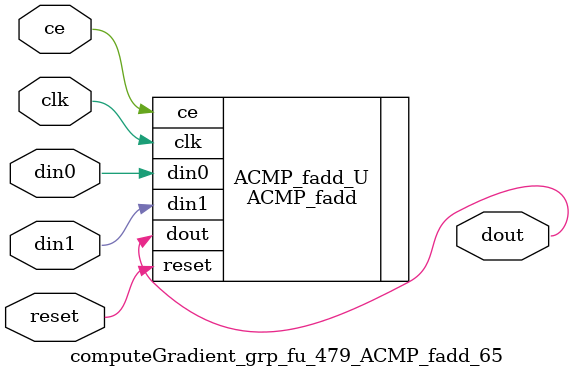
<source format=v>

`timescale 1 ns / 1 ps
module computeGradient_grp_fu_479_ACMP_fadd_65(
    clk,
    reset,
    ce,
    din0,
    din1,
    dout);

parameter ID = 32'd1;
parameter NUM_STAGE = 32'd1;
parameter din0_WIDTH = 32'd1;
parameter din1_WIDTH = 32'd1;
parameter dout_WIDTH = 32'd1;
input clk;
input reset;
input ce;
input[din0_WIDTH - 1:0] din0;
input[din1_WIDTH - 1:0] din1;
output[dout_WIDTH - 1:0] dout;



ACMP_fadd #(
.ID( ID ),
.NUM_STAGE( 4 ),
.din0_WIDTH( din0_WIDTH ),
.din1_WIDTH( din1_WIDTH ),
.dout_WIDTH( dout_WIDTH ))
ACMP_fadd_U(
    .clk( clk ),
    .reset( reset ),
    .ce( ce ),
    .din0( din0 ),
    .din1( din1 ),
    .dout( dout ));

endmodule

</source>
